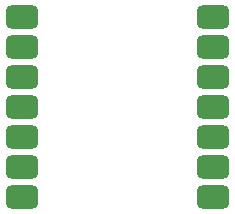
<source format=gbr>
%TF.GenerationSoftware,KiCad,Pcbnew,7.0.10*%
%TF.CreationDate,2026-02-14T21:30:48-08:00*%
%TF.ProjectId,12kempV2.1,31326b65-6d70-4563-922e-312e6b696361,rev?*%
%TF.SameCoordinates,Original*%
%TF.FileFunction,Paste,Top*%
%TF.FilePolarity,Positive*%
%FSLAX46Y46*%
G04 Gerber Fmt 4.6, Leading zero omitted, Abs format (unit mm)*
G04 Created by KiCad (PCBNEW 7.0.10) date 2026-02-14 21:30:48*
%MOMM*%
%LPD*%
G01*
G04 APERTURE LIST*
G04 Aperture macros list*
%AMRoundRect*
0 Rectangle with rounded corners*
0 $1 Rounding radius*
0 $2 $3 $4 $5 $6 $7 $8 $9 X,Y pos of 4 corners*
0 Add a 4 corners polygon primitive as box body*
4,1,4,$2,$3,$4,$5,$6,$7,$8,$9,$2,$3,0*
0 Add four circle primitives for the rounded corners*
1,1,$1+$1,$2,$3*
1,1,$1+$1,$4,$5*
1,1,$1+$1,$6,$7*
1,1,$1+$1,$8,$9*
0 Add four rect primitives between the rounded corners*
20,1,$1+$1,$2,$3,$4,$5,0*
20,1,$1+$1,$4,$5,$6,$7,0*
20,1,$1+$1,$6,$7,$8,$9,0*
20,1,$1+$1,$8,$9,$2,$3,0*%
G04 Aperture macros list end*
%ADD10RoundRect,0.500000X-0.875000X-0.500000X0.875000X-0.500000X0.875000X0.500000X-0.875000X0.500000X0*%
G04 APERTURE END LIST*
D10*
%TO.C,U1*%
X181989500Y-64260000D03*
X181989500Y-66800000D03*
X181989500Y-69340000D03*
X181989500Y-71880000D03*
X181989500Y-74420000D03*
X181989500Y-76960000D03*
X181989500Y-79500000D03*
X198189500Y-79500000D03*
X198189500Y-76960000D03*
X198189500Y-74420000D03*
X198189500Y-71880000D03*
X198189500Y-69340000D03*
X198189500Y-66800000D03*
X198189500Y-64260000D03*
%TD*%
M02*

</source>
